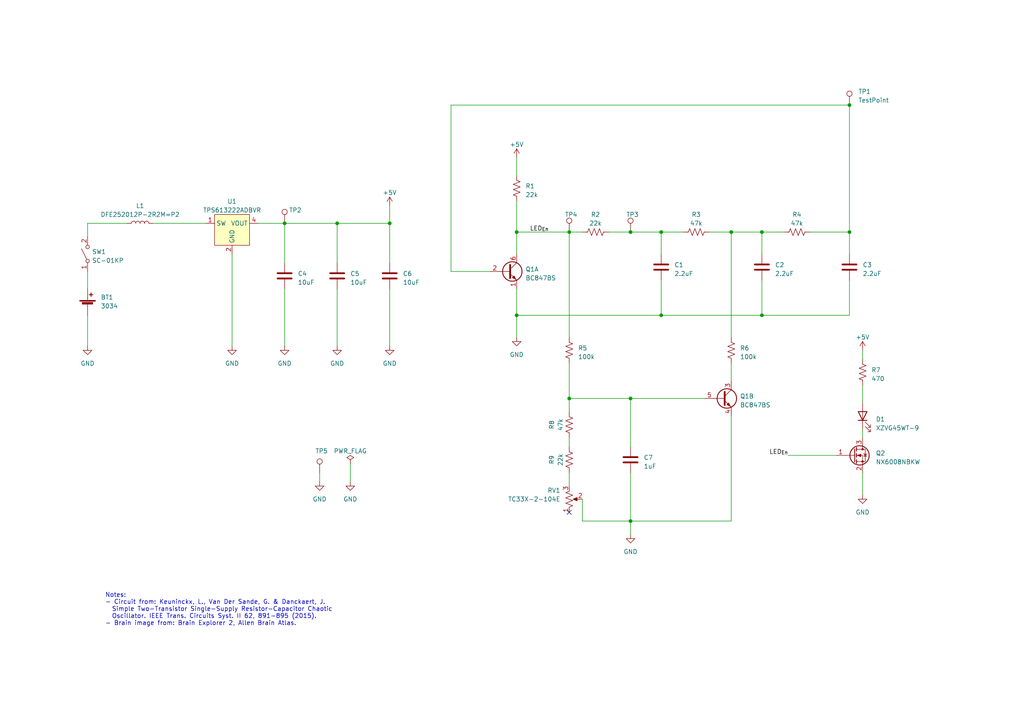
<source format=kicad_sch>
(kicad_sch (version 20231120) (generator "eeschema") (generator_version "8.0")
  (paper "A4")
  (title_block (title "Blinkenbrain") (rev "C") (company "Open Ephys, Inc") (comment 1 "Jonathan P. Newman"))
  (lib_symbols
    (symbol "Connector:TestPoint" (pin_numbers hide) (pin_names (offset 0.762) hide)
      (property "Reference" "TP" (at 0 6.858 0))
      (property "Value" "TestPoint" (at 0 5.08 0))
      (symbol "TestPoint_0_1"
        (circle (center 0 3.302) (radius 0.762))
      )
      (symbol "TestPoint_1_1"
        (pin passive line (at 0 0 90) (length 2.54) (name "1") (number "1"))
      )
    )
    (symbol "Device:Battery_Cell" (pin_numbers hide) (pin_names (offset 0) hide)
      (property "Reference" "BT" (at 2.54 2.54 0))
      (property "Value" "Battery_Cell" (at 2.54 0 0))
      (symbol "Battery_Cell_0_1"
        (rectangle (start -2.286 1.778) (end 2.286 1.524) (fill (type outline)))
        (rectangle (start -1.5748 1.1938) (end 1.4732 0.6858) (fill (type outline)))
        (polyline (pts (xy 0 0.762) (xy 0 0)))
        (polyline (pts (xy 0 1.778) (xy 0 2.54)))
        (polyline (pts (xy 0.508 3.429) (xy 1.524 3.429)) (stroke (width 0.254)))
        (polyline (pts (xy 1.016 3.937) (xy 1.016 2.921)) (stroke (width 0.254)))
      )
      (symbol "Battery_Cell_1_1"
        (pin passive line (at 0 5.08 270) (length 2.54) (name "+") (number "1"))
        (pin passive line (at 0 -2.54 90) (length 2.54) (name "-") (number "2"))
      )
    )
    (symbol "Device:C" (pin_numbers hide) (pin_names (offset 0.254))
      (property "Reference" "C" (at 0.635 2.54 0))
      (property "Value" "C" (at 0.635 -2.54 0))
      (symbol "C_0_1"
        (polyline (pts (xy -2.032 -0.762) (xy 2.032 -0.762)) (stroke (width 0.508)))
        (polyline (pts (xy -2.032 0.762) (xy 2.032 0.762)) (stroke (width 0.508)))
      )
      (symbol "C_1_1"
        (pin passive line (at 0 3.81 270) (length 2.794) (name "~") (number "1"))
        (pin passive line (at 0 -3.81 90) (length 2.794) (name "~") (number "2"))
      )
    )
    (symbol "Device:L" (pin_numbers hide) (pin_names (offset 1.016) hide)
      (property "Reference" "L" (at -1.27 0 90))
      (property "Value" "L" (at 1.905 0 90))
      (symbol "L_0_1"
        (arc (start 0 -2.54) (mid 0.6323 -1.905) (end 0 -1.27))
        (arc (start 0 -1.27) (mid 0.6323 -0.635) (end 0 0))
        (arc (start 0 0) (mid 0.6323 0.635) (end 0 1.27))
        (arc (start 0 1.27) (mid 0.6323 1.905) (end 0 2.54))
      )
      (symbol "L_1_1"
        (pin passive line (at 0 3.81 270) (length 1.27) (name "1") (number "1"))
        (pin passive line (at 0 -3.81 90) (length 1.27) (name "2") (number "2"))
      )
    )
    (symbol "Device:LED" (pin_numbers hide) (pin_names (offset 1.016) hide)
      (property "Reference" "D" (at 0 2.54 0))
      (property "Value" "LED" (at 0 -2.54 0))
      (symbol "LED_0_1"
        (polyline (pts (xy -1.27 -1.27) (xy -1.27 1.27)) (stroke (width 0.254)))
        (polyline (pts (xy -1.27 0) (xy 1.27 0)))
        (polyline (pts (xy 1.27 -1.27) (xy 1.27 1.27) (xy -1.27 0) (xy 1.27 -1.27)) (stroke (width 0.254)))
        (polyline (pts (xy -3.048 -0.762) (xy -4.572 -2.286) (xy -3.81 -2.286) (xy -4.572 -2.286) (xy -4.572 -1.524)))
        (polyline (pts (xy -1.778 -0.762) (xy -3.302 -2.286) (xy -2.54 -2.286) (xy -3.302 -2.286) (xy -3.302 -1.524)))
      )
      (symbol "LED_1_1"
        (pin passive line (at -3.81 0 0) (length 2.54) (name "K") (number "1"))
        (pin passive line (at 3.81 0 180) (length 2.54) (name "A") (number "2"))
      )
    )
    (symbol "Device:R_Potentiometer_US" (pin_names (offset 1.016) hide)
      (property "Reference" "RV" (at -4.445 0 90))
      (property "Value" "R_Potentiometer_US" (at -2.54 0 90))
      (symbol "R_Potentiometer_US_0_1"
        (polyline (pts (xy 0 -2.286) (xy 0 -2.54)))
        (polyline (pts (xy 0 2.54) (xy 0 2.286)))
        (polyline (pts (xy 2.54 0) (xy 1.524 0)))
        (polyline (pts (xy 1.143 0) (xy 2.286 0.508) (xy 2.286 -0.508) (xy 1.143 0)) (fill (type outline)))
        (polyline (pts (xy 0 -0.762) (xy 1.016 -1.143) (xy 0 -1.524) (xy -1.016 -1.905) (xy 0 -2.286)))
        (polyline (pts (xy 0 0.762) (xy 1.016 0.381) (xy 0 0) (xy -1.016 -0.381) (xy 0 -0.762)))
        (polyline (pts (xy 0 2.286) (xy 1.016 1.905) (xy 0 1.524) (xy -1.016 1.143) (xy 0 0.762)))
      )
      (symbol "R_Potentiometer_US_1_1"
        (pin passive line (at 0 3.81 270) (length 1.27) (name "1") (number "1"))
        (pin passive line (at 3.81 0 180) (length 1.27) (name "2") (number "2"))
        (pin passive line (at 0 -3.81 90) (length 1.27) (name "3") (number "3"))
      )
    )
    (symbol "Device:R_US" (pin_numbers hide) (pin_names (offset 0))
      (property "Reference" "R" (at 2.54 0 90))
      (property "Value" "R_US" (at -2.54 0 90))
      (symbol "R_US_0_1"
        (polyline (pts (xy 0 -2.286) (xy 0 -2.54)))
        (polyline (pts (xy 0 2.286) (xy 0 2.54)))
        (polyline (pts (xy 0 -0.762) (xy 1.016 -1.143) (xy 0 -1.524) (xy -1.016 -1.905) (xy 0 -2.286)))
        (polyline (pts (xy 0 0.762) (xy 1.016 0.381) (xy 0 0) (xy -1.016 -0.381) (xy 0 -0.762)))
        (polyline (pts (xy 0 2.286) (xy 1.016 1.905) (xy 0 1.524) (xy -1.016 1.143) (xy 0 0.762)))
      )
      (symbol "R_US_1_1"
        (pin passive line (at 0 3.81 270) (length 1.27) (name "~") (number "1"))
        (pin passive line (at 0 -3.81 90) (length 1.27) (name "~") (number "2"))
      )
    )
    (symbol "Switch:SW_SPST" (pin_names (offset 0) hide)
      (property "Reference" "SW" (at 0 3.175 0))
      (property "Value" "SW_SPST" (at 0 -2.54 0))
      (symbol "SW_SPST_0_0"
        (circle (center -2.032 0) (radius 0.508))
        (polyline (pts (xy -1.524 0.254) (xy 1.524 1.778)))
        (circle (center 2.032 0) (radius 0.508))
      )
      (symbol "SW_SPST_1_1"
        (pin passive line (at -5.08 0 0) (length 2.54) (name "A") (number "1"))
        (pin passive line (at 5.08 0 180) (length 2.54) (name "B") (number "2"))
      )
    )
    (symbol "Transistor_BJT:BC847BS" (pin_names (offset 0) hide)
      (property "Reference" "Q" (at 5.08 1.27 0))
      (property "Value" "BC847BS" (at 5.08 -1.27 0))
      (symbol "BC847BS_0_1"
        (polyline (pts (xy 0.635 0) (xy -2.54 0)))
        (polyline (pts (xy 0.635 0.635) (xy 2.54 2.54)))
        (polyline (pts (xy 0.635 -0.635) (xy 2.54 -2.54) (xy 2.54 -2.54)))
        (polyline (pts (xy 0.635 1.905) (xy 0.635 -1.905) (xy 0.635 -1.905)) (stroke (width 0.508)))
        (polyline (pts (xy 1.27 -1.778) (xy 1.778 -1.27) (xy 2.286 -2.286) (xy 1.27 -1.778) (xy 1.27 -1.778)) (fill (type outline)))
        (circle (center 1.27 0) (radius 2.8194) (stroke (width 0.254)))
      )
      (symbol "BC847BS_1_1"
        (pin passive line (at 2.54 -5.08 90) (length 2.54) (name "E1") (number "1"))
        (pin input line (at -5.08 0 0) (length 2.54) (name "B1") (number "2"))
        (pin passive line (at 2.54 5.08 270) (length 2.54) (name "C1") (number "6"))
      )
      (symbol "BC847BS_2_1"
        (pin passive line (at 2.54 5.08 270) (length 2.54) (name "C2") (number "3"))
        (pin passive line (at 2.54 -5.08 90) (length 2.54) (name "E2") (number "4"))
        (pin input line (at -5.08 0 0) (length 2.54) (name "B2") (number "5"))
      )
    )
    (symbol "Transistor_FET:BS170F" (pin_names hide)
      (property "Reference" "Q" (at 5.08 1.905 0))
      (property "Value" "BS170F" (at 5.08 0 0))
      (symbol "BS170F_0_1"
        (polyline (pts (xy 0.254 0) (xy -2.54 0)))
        (polyline (pts (xy 0.254 1.905) (xy 0.254 -1.905)) (stroke (width 0.254)))
        (polyline (pts (xy 0.762 -1.27) (xy 0.762 -2.286)) (stroke (width 0.254)))
        (polyline (pts (xy 0.762 0.508) (xy 0.762 -0.508)) (stroke (width 0.254)))
        (polyline (pts (xy 0.762 2.286) (xy 0.762 1.27)) (stroke (width 0.254)))
        (polyline (pts (xy 2.54 2.54) (xy 2.54 1.778)))
        (polyline (pts (xy 2.54 -2.54) (xy 2.54 0) (xy 0.762 0)))
        (polyline (pts (xy 0.762 -1.778) (xy 3.302 -1.778) (xy 3.302 1.778) (xy 0.762 1.778)))
        (polyline (pts (xy 1.016 0) (xy 2.032 0.381) (xy 2.032 -0.381) (xy 1.016 0)) (fill (type outline)))
        (polyline (pts (xy 2.794 0.508) (xy 2.921 0.381) (xy 3.683 0.381) (xy 3.81 0.254)))
        (polyline (pts (xy 3.302 0.381) (xy 2.921 -0.254) (xy 3.683 -0.254) (xy 3.302 0.381)))
        (circle (center 1.651 0) (radius 2.794) (stroke (width 0.254)))
        (circle (center 2.54 -1.778) (radius 0.254) (fill (type outline)))
        (circle (center 2.54 1.778) (radius 0.254) (fill (type outline)))
      )
      (symbol "BS170F_1_1"
        (pin input line (at -5.08 0 0) (length 2.54) (name "G") (number "1"))
        (pin passive line (at 2.54 -5.08 90) (length 2.54) (name "S") (number "2"))
        (pin passive line (at 2.54 5.08 270) (length 2.54) (name "D") (number "3"))
      )
    )
    (symbol "open-ephys:TPS61322"
      (property "Reference" "U" (at 0 6.35 0))
      (property "Value" "TPS61322xxDBV" (at 0 3.81 0))
      (symbol "TPS61322_0_1"
        (rectangle (start -5.08 2.54) (end 5.08 -6.35) (fill (type background)))
      )
      (symbol "TPS61322_1_1"
        (pin passive line (at -7.62 0 0) (length 2.54) (name "SW") (number "1"))
        (pin power_in line (at 0 -8.89 90) (length 2.54) (name "GND") (number "2"))
        (pin power_out line (at 7.62 0 180) (length 2.54) (name "VOUT") (number "4"))
      )
    )
    (symbol "power:+5V" (power) (pin_names (offset 0))
      (property "Value" "+5V" (at 0 3.556 0))
      (symbol "+5V_0_1"
        (polyline (pts (xy -0.762 1.27) (xy 0 2.54)))
        (polyline (pts (xy 0 0) (xy 0 2.54)))
        (polyline (pts (xy 0 2.54) (xy 0.762 1.27)))
      )
      (symbol "+5V_1_1"
        (pin power_in line (at 0 0 90) (length 0) hide (name "+5V") (number "1"))
      )
    )
    (symbol "power:GND" (power) (pin_names (offset 0))
      (property "Value" "GND" (at 0 -3.81 0))
      (symbol "GND_0_1"
        (polyline (pts (xy 0 0) (xy 0 -1.27) (xy 1.27 -1.27) (xy 0 -2.54) (xy -1.27 -1.27) (xy 0 -1.27)))
      )
      (symbol "GND_1_1"
        (pin power_in line (at 0 0 270) (length 0) hide (name "GND") (number "1"))
      )
    )
    (symbol "power:PWR_FLAG" (power) (pin_numbers hide) (pin_names (offset 0) hide)
      (property "Value" "PWR_FLAG" (at 0 3.81 0))
      (symbol "PWR_FLAG_0_0"
        (pin power_out line (at 0 0 90) (length 0) (name "pwr") (number "1"))
      )
      (symbol "PWR_FLAG_0_1"
        (polyline (pts (xy 0 0) (xy 0 1.27) (xy -1.016 1.905) (xy 0 2.54) (xy 1.016 1.905) (xy 0 1.27)))
      )
    )
  )
  (junction (at 97.79 64.77))
  (junction (at 182.88 67.31))
  (junction (at 113.03 64.77))
  (junction (at 165.1 67.31))
  (junction (at 220.98 91.44))
  (junction (at 246.38 30.48))
  (junction (at 191.77 91.44))
  (junction (at 149.86 67.31))
  (junction (at 182.88 151.13))
  (junction (at 82.55 64.77))
  (junction (at 191.77 67.31))
  (junction (at 182.88 115.57))
  (junction (at 220.98 67.31))
  (junction (at 149.86 91.44))
  (junction (at 165.1 115.57))
  (junction (at 246.38 67.31))
  (junction (at 212.09 67.31))
  (no_connect (at 165.1 148.59))
  (wire (pts (xy 228.6 132.08) (xy 242.57 132.08)))
  (wire (pts (xy 113.03 64.77) (xy 113.03 76.2)))
  (wire (pts (xy 204.47 115.57) (xy 182.88 115.57)))
  (wire (pts (xy 205.74 67.31) (xy 212.09 67.31)))
  (wire (pts (xy 130.81 30.48) (xy 130.81 78.74)))
  (wire (pts (xy 149.86 67.31) (xy 165.1 67.31)))
  (wire (pts (xy 212.09 67.31) (xy 220.98 67.31)))
  (wire (pts (xy 92.71 137.16) (xy 92.71 139.7)))
  (wire (pts (xy 97.79 83.82) (xy 97.79 100.33)))
  (wire (pts (xy 74.93 64.77) (xy 82.55 64.77)))
  (wire (pts (xy 212.09 105.41) (xy 212.09 110.49)))
  (wire (pts (xy 220.98 67.31) (xy 220.98 73.66)))
  (wire (pts (xy 25.4 78.74) (xy 25.4 83.82)))
  (wire (pts (xy 234.95 67.31) (xy 246.38 67.31)))
  (wire (pts (xy 220.98 91.44) (xy 191.77 91.44)))
  (wire (pts (xy 246.38 81.28) (xy 246.38 91.44)))
  (wire (pts (xy 113.03 59.69) (xy 113.03 64.77)))
  (wire (pts (xy 149.86 83.82) (xy 149.86 91.44)))
  (wire (pts (xy 212.09 151.13) (xy 182.88 151.13)))
  (wire (pts (xy 82.55 64.77) (xy 82.55 76.2)))
  (wire (pts (xy 250.19 101.6) (xy 250.19 104.14)))
  (wire (pts (xy 246.38 91.44) (xy 220.98 91.44)))
  (wire (pts (xy 149.86 45.72) (xy 149.86 50.8)))
  (wire (pts (xy 191.77 91.44) (xy 149.86 91.44)))
  (wire (pts (xy 82.55 64.77) (xy 97.79 64.77)))
  (wire (pts (xy 246.38 67.31) (xy 246.38 73.66)))
  (wire (pts (xy 250.19 111.76) (xy 250.19 116.84)))
  (wire (pts (xy 220.98 81.28) (xy 220.98 91.44)))
  (wire (pts (xy 130.81 78.74) (xy 142.24 78.74)))
  (wire (pts (xy 165.1 115.57) (xy 165.1 119.38)))
  (wire (pts (xy 165.1 67.31) (xy 165.1 97.79)))
  (wire (pts (xy 149.86 67.31) (xy 149.86 73.66)))
  (wire (pts (xy 212.09 67.31) (xy 212.09 97.79)))
  (wire (pts (xy 25.4 64.77) (xy 36.83 64.77)))
  (wire (pts (xy 165.1 67.31) (xy 168.91 67.31)))
  (wire (pts (xy 246.38 30.48) (xy 130.81 30.48)))
  (wire (pts (xy 165.1 137.16) (xy 165.1 140.97)))
  (wire (pts (xy 182.88 115.57) (xy 165.1 115.57)))
  (wire (pts (xy 67.31 73.66) (xy 67.31 100.33)))
  (wire (pts (xy 97.79 64.77) (xy 97.79 76.2)))
  (wire (pts (xy 168.91 144.78) (xy 168.91 151.13)))
  (wire (pts (xy 149.86 58.42) (xy 149.86 67.31)))
  (wire (pts (xy 182.88 137.16) (xy 182.88 151.13)))
  (wire (pts (xy 149.86 91.44) (xy 149.86 97.79)))
  (wire (pts (xy 220.98 67.31) (xy 227.33 67.31)))
  (wire (pts (xy 176.53 67.31) (xy 182.88 67.31)))
  (wire (pts (xy 165.1 127) (xy 165.1 129.54)))
  (wire (pts (xy 191.77 81.28) (xy 191.77 91.44)))
  (wire (pts (xy 97.79 64.77) (xy 113.03 64.77)))
  (wire (pts (xy 191.77 67.31) (xy 198.12 67.31)))
  (wire (pts (xy 182.88 115.57) (xy 182.88 129.54)))
  (wire (pts (xy 182.88 67.31) (xy 191.77 67.31)))
  (wire (pts (xy 101.6 134.62) (xy 101.6 139.7)))
  (wire (pts (xy 182.88 151.13) (xy 168.91 151.13)))
  (wire (pts (xy 246.38 67.31) (xy 246.38 30.48)))
  (wire (pts (xy 82.55 83.82) (xy 82.55 100.33)))
  (wire (pts (xy 113.03 83.82) (xy 113.03 100.33)))
  (wire (pts (xy 191.77 67.31) (xy 191.77 73.66)))
  (wire (pts (xy 250.19 124.46) (xy 250.19 127)))
  (wire (pts (xy 182.88 151.13) (xy 182.88 154.94)))
  (wire (pts (xy 250.19 137.16) (xy 250.19 143.51)))
  (wire (pts (xy 25.4 91.44) (xy 25.4 100.33)))
  (wire (pts (xy 44.45 64.77) (xy 59.69 64.77)))
  (wire (pts (xy 212.09 120.65) (xy 212.09 151.13)))
  (wire (pts (xy 25.4 68.58) (xy 25.4 64.77)))
  (wire (pts (xy 165.1 105.41) (xy 165.1 115.57)))
  (text "Notes:\n- Circuit from: Keuninckx, L., Van Der Sande, G. & Danckaert, J. \n  Simple Two-Transistor Single-Supply Resistor-Capacitor Chaotic \n  Oscillator. IEEE Trans. Circuits Syst. II 62, 891-895 (2015).\n- Brain image from: Brain Explorer 2, Allen Brain Atlas." (at 30.48 181.61 0) (effects (font (size 1.27 1.27)) (justify left bottom)))
  (label "LED_{En}" (at 228.6 132.08 180))
  (label "LED_{En}" (at 153.67 67.31 0))
  (symbol (lib_id "power:GND") (at 182.88 154.94 0) (unit 1)
    (property "Reference" "#PWR012" (effects (hide yes)))
    (property "Value" "GND" (at 182.88 160.02 0))
  )
  (symbol (lib_id "Connector:TestPoint") (at 82.55 64.77 0) (unit 1)
    (property "Reference" "TP2" (at 83.82 60.96 0) (effects (justify left)))
    (property "Value" "TestPoint" (effects (hide yes)))
    (property "Footprint" "TestPoint:TestPoint_Pad_D2.0mm" (effects (hide yes)))
  )
  (symbol (lib_id "Transistor_BJT:BC847BS") (at 209.55 115.57 0) (unit 2)
    (property "Reference" "Q1" (at 214.63 114.935 0) (effects (justify left)))
    (property "Value" "BC847BS" (at 214.63 117.475 0) (effects (justify left)))
    (property "Footprint" "Package_TO_SOT_SMD:SOT-363_SC-70-6" (effects (hide yes)))
    (property "Datasheet" "https://assets.nexperia.com/documents/data-sheet/BC847BS.pdf" (effects (hide yes)))
  )
  (symbol (lib_id "Device:R_US") (at 250.19 107.95 180) (unit 1)
    (property "Reference" "R7" (at 252.73 107.315 0) (effects (justify right)))
    (property "Value" "470" (at 252.73 109.855 0) (effects (justify right)))
    (property "Footprint" "Resistor_SMD:R_0603_1608Metric" (effects (hide yes)))
    (property "Tolerance" "1%" (effects (hide yes)))
  )
  (symbol (lib_id "Device:R_US") (at 165.1 133.35 180) (unit 1)
    (property "Reference" "R9" (at 160.02 133.35 90))
    (property "Value" "22k" (at 162.56 133.35 90))
    (property "Footprint" "Resistor_SMD:R_0402_1005Metric" (effects (hide yes)))
    (property "Tolerance" "1%" (effects (hide yes)))
  )
  (symbol (lib_id "power:+5V") (at 250.19 101.6 0) (unit 1)
    (property "Reference" "#PWR09" (effects (hide yes)))
    (property "Value" "+5V" (at 250.19 97.79 0))
  )
  (symbol (lib_id "power:GND") (at 149.86 97.79 0) (unit 1)
    (property "Reference" "#PWR03" (effects (hide yes)))
    (property "Value" "GND" (at 149.86 102.87 0))
  )
  (symbol (lib_id "power:GND") (at 101.6 139.7 0) (unit 1)
    (property "Reference" "#PWR013" (effects (hide yes)))
    (property "Value" "GND" (at 101.6 144.78 0))
  )
  (symbol (lib_id "Device:C") (at 220.98 77.47 0) (unit 1)
    (property "Reference" "C2" (at 224.79 76.835 0) (effects (justify left)))
    (property "Value" "2.2uF" (at 224.79 79.375 0) (effects (justify left)))
    (property "Footprint" "Capacitor_SMD:C_0603_1608Metric" (effects (hide yes)))
    (property "TempCo" "X5R" (effects (hide yes)))
    (property "Tolerance" "5%" (effects (hide yes)))
    (property "Voltage" "10V" (effects (hide yes)))
  )
  (symbol (lib_id "open-ephys:TPS61322") (at 67.31 64.77 0) (unit 1)
    (property "Reference" "U1" (at 67.31 58.42 0))
    (property "Value" "TPS613222ADBVR" (at 67.31 60.96 0))
    (property "Footprint" "Package_TO_SOT_SMD:SOT-23-5" (effects (hide yes)))
    (property "Datasheet" "https://www.ti.com/lit/ds/symlink/tps61322.pdf?HQS=dis-dk-null-digikeymode-dsf-pf-null-wwe&ts=1695101333035" (effects (hide yes)))
  )
  (symbol (lib_id "power:GND") (at 25.4 100.33 0) (unit 1)
    (property "Reference" "#PWR04" (effects (hide yes)))
    (property "Value" "GND" (at 25.4 105.41 0))
  )
  (symbol (lib_id "power:GND") (at 67.31 100.33 0) (unit 1)
    (property "Reference" "#PWR05" (effects (hide yes)))
    (property "Value" "GND" (at 67.31 105.41 0))
  )
  (symbol (lib_id "Connector:TestPoint") (at 165.1 67.31 0) (unit 1)
    (property "Reference" "TP4" (at 163.83 62.23 0) (effects (justify left)))
    (property "Value" "TestPoint" (effects (hide yes)))
    (property "Footprint" "TestPoint:TestPoint_Pad_D2.0mm" (effects (hide yes)))
  )
  (symbol (lib_id "power:GND") (at 97.79 100.33 0) (unit 1)
    (property "Reference" "#PWR07" (effects (hide yes)))
    (property "Value" "GND" (at 97.79 105.41 0))
  )
  (symbol (lib_id "Transistor_BJT:BC847BS") (at 147.32 78.74 0) (unit 1)
    (property "Reference" "Q1" (at 152.4 78.105 0) (effects (justify left)))
    (property "Value" "BC847BS" (at 152.4 80.645 0) (effects (justify left)))
    (property "Footprint" "Package_TO_SOT_SMD:SOT-363_SC-70-6" (effects (hide yes)))
    (property "Datasheet" "https://assets.nexperia.com/documents/data-sheet/BC847BS.pdf" (effects (hide yes)))
  )
  (symbol (lib_id "Connector:TestPoint") (at 92.71 137.16 0) (unit 1)
    (property "Reference" "TP5" (at 91.44 130.81 0) (effects (justify left)))
    (property "Value" "TestPoint" (effects (hide yes)))
    (property "Footprint" "TestPoint:TestPoint_Pad_D2.0mm" (effects (hide yes)))
  )
  (symbol (lib_id "Device:R_US") (at 149.86 54.61 0) (unit 1)
    (property "Reference" "R1" (at 152.4 53.975 0) (effects (justify left)))
    (property "Value" "22k" (at 152.4 56.515 0) (effects (justify left)))
    (property "Footprint" "Resistor_SMD:R_0402_1005Metric" (effects (hide yes)))
    (property "Tolerance" "1%" (effects (hide yes)))
  )
  (symbol (lib_id "Device:C") (at 182.88 133.35 0) (unit 1)
    (property "Reference" "C7" (at 186.69 132.715 0) (effects (justify left)))
    (property "Value" "1uF" (at 186.69 135.255 0) (effects (justify left)))
    (property "Footprint" "Capacitor_SMD:C_0603_1608Metric" (effects (hide yes)))
    (property "TempCo" "X5R" (effects (hide yes)))
    (property "Tolerance" "5%" (effects (hide yes)))
    (property "Voltage" "10V" (effects (hide yes)))
  )
  (symbol (lib_id "Connector:TestPoint") (at 246.38 30.48 0) (unit 1)
    (property "Reference" "TP1" (at 248.92 26.543 0) (effects (justify left)))
    (property "Value" "TestPoint" (at 248.92 29.083 0) (effects (justify left)))
    (property "Footprint" "TestPoint:TestPoint_Pad_D2.0mm" (effects (hide yes)))
  )
  (symbol (lib_id "Device:R_US") (at 172.72 67.31 90) (unit 1)
    (property "Reference" "R2" (at 172.72 62.23 90))
    (property "Value" "22k" (at 172.72 64.77 90))
    (property "Footprint" "Resistor_SMD:R_0402_1005Metric" (effects (hide yes)))
    (property "Tolerance" "1%" (effects (hide yes)))
  )
  (symbol (lib_id "Device:C") (at 113.03 80.01 0) (unit 1)
    (property "Reference" "C6" (at 116.84 79.375 0) (effects (justify left)))
    (property "Value" "10uF" (at 116.84 81.915 0) (effects (justify left)))
    (property "Footprint" "Capacitor_SMD:C_0603_1608Metric" (effects (hide yes)))
    (property "TempCo" "X5R" (effects (hide yes)))
    (property "Tolerance" "20%" (effects (hide yes)))
    (property "Voltage" "16V" (effects (hide yes)))
  )
  (symbol (lib_id "Device:R_US") (at 212.09 101.6 180) (unit 1)
    (property "Reference" "R6" (at 214.63 100.965 0) (effects (justify right)))
    (property "Value" "100k" (at 214.63 103.505 0) (effects (justify right)))
    (property "Footprint" "Resistor_SMD:R_0402_1005Metric" (effects (hide yes)))
    (property "Tolerance" "1%" (effects (hide yes)))
  )
  (symbol (lib_id "Device:R_US") (at 165.1 101.6 180) (unit 1)
    (property "Reference" "R5" (at 167.64 100.965 0) (effects (justify right)))
    (property "Value" "100k" (at 167.64 103.505 0) (effects (justify right)))
    (property "Footprint" "Resistor_SMD:R_0402_1005Metric" (effects (hide yes)))
    (property "Tolerance" "1%" (effects (hide yes)))
  )
  (symbol (lib_id "Device:C") (at 82.55 80.01 0) (unit 1)
    (property "Reference" "C4" (at 86.36 79.375 0) (effects (justify left)))
    (property "Value" "10uF" (at 86.36 81.915 0) (effects (justify left)))
    (property "Footprint" "Capacitor_SMD:C_0603_1608Metric" (effects (hide yes)))
    (property "TempCo" "X5R" (effects (hide yes)))
    (property "Tolerance" "20%" (effects (hide yes)))
    (property "Voltage" "16V" (effects (hide yes)))
  )
  (symbol (lib_id "Device:R_US") (at 201.93 67.31 90) (unit 1)
    (property "Reference" "R3" (at 201.93 62.23 90))
    (property "Value" "47k" (at 201.93 64.77 90))
    (property "Footprint" "Resistor_SMD:R_0402_1005Metric" (effects (hide yes)))
    (property "Tolerance" "1%" (effects (hide yes)))
  )
  (symbol (lib_id "power:+5V") (at 113.03 59.69 0) (unit 1)
    (property "Reference" "#PWR02" (effects (hide yes)))
    (property "Value" "+5V" (at 113.03 55.88 0))
  )
  (symbol (lib_id "power:+5V") (at 149.86 45.72 0) (unit 1)
    (property "Reference" "#PWR01" (effects (hide yes)))
    (property "Value" "+5V" (at 149.86 41.91 0))
  )
  (symbol (lib_id "Device:C") (at 97.79 80.01 0) (unit 1)
    (property "Reference" "C5" (at 101.6 79.375 0) (effects (justify left)))
    (property "Value" "10uF" (at 101.6 81.915 0) (effects (justify left)))
    (property "Footprint" "Capacitor_SMD:C_0603_1608Metric" (effects (hide yes)))
    (property "TempCo" "X5R" (effects (hide yes)))
    (property "Tolerance" "20%" (effects (hide yes)))
    (property "Voltage" "16V" (effects (hide yes)))
  )
  (symbol (lib_id "power:GND") (at 113.03 100.33 0) (unit 1)
    (property "Reference" "#PWR08" (effects (hide yes)))
    (property "Value" "GND" (at 113.03 105.41 0))
  )
  (symbol (lib_id "Connector:TestPoint") (at 182.88 67.31 0) (unit 1)
    (property "Reference" "TP3" (at 181.61 62.23 0) (effects (justify left)))
    (property "Value" "TestPoint" (effects (hide yes)))
    (property "Footprint" "TestPoint:TestPoint_Pad_D2.0mm" (effects (hide yes)))
  )
  (symbol (lib_id "Device:Battery_Cell") (at 25.4 88.9 0) (unit 1)
    (property "Reference" "BT1" (at 29.21 86.233 0) (effects (justify left)))
    (property "Value" "3034" (at 29.21 88.773 0) (effects (justify left)))
    (property "Footprint" "open-ephys:KEYSTONE_3034_1x20mm" (effects (hide yes)))
    (property "Datasheet" "https://www.keyelco.com/userAssets/file/M65p9.pdf" (effects (hide yes)))
  )
  (symbol (lib_id "Device:R_Potentiometer_US") (at 165.1 144.78 0) (mirror x) (unit 1)
    (property "Reference" "RV1" (at 162.56 142.24 0) (effects (justify right)))
    (property "Value" "TC33X-2-104E" (at 162.56 144.78 0) (effects (justify right)))
    (property "Footprint" "open-ephys:BOURNS_TC33" (effects (hide yes)))
  )
  (symbol (lib_id "power:GND") (at 92.71 139.7 0) (unit 1)
    (property "Reference" "#PWR010" (effects (hide yes)))
    (property "Value" "GND" (at 92.71 144.78 0))
  )
  (symbol (lib_id "power:GND") (at 250.19 143.51 0) (unit 1)
    (property "Reference" "#PWR011" (effects (hide yes)))
    (property "Value" "GND" (at 250.19 148.59 0))
  )
  (symbol (lib_id "Device:C") (at 246.38 77.47 0) (unit 1)
    (property "Reference" "C3" (at 250.19 76.835 0) (effects (justify left)))
    (property "Value" "2.2uF" (at 250.19 79.375 0) (effects (justify left)))
    (property "Footprint" "Capacitor_SMD:C_0603_1608Metric" (effects (hide yes)))
    (property "TempCo" "X5R" (effects (hide yes)))
    (property "Tolerance" "5%" (effects (hide yes)))
    (property "Voltage" "10V" (effects (hide yes)))
  )
  (symbol (lib_id "Device:C") (at 191.77 77.47 0) (unit 1)
    (property "Reference" "C1" (at 195.58 76.835 0) (effects (justify left)))
    (property "Value" "2.2uF" (at 195.58 79.375 0) (effects (justify left)))
    (property "Footprint" "Capacitor_SMD:C_0603_1608Metric" (effects (hide yes)))
    (property "TempCo" "X5R" (effects (hide yes)))
    (property "Tolerance" "5%" (effects (hide yes)))
    (property "Voltage" "10V" (effects (hide yes)))
  )
  (symbol (lib_id "Device:R_US") (at 165.1 123.19 180) (unit 1)
    (property "Reference" "R8" (at 160.02 123.19 90))
    (property "Value" "47k" (at 162.56 123.19 90))
    (property "Footprint" "Resistor_SMD:R_0402_1005Metric" (effects (hide yes)))
    (property "Tolerance" "1%" (effects (hide yes)))
  )
  (symbol (lib_id "Device:L") (at 40.64 64.77 90) (unit 1)
    (property "Reference" "L1" (at 40.64 59.69 90))
    (property "Value" "DFE252012P-2R2M=P2" (at 40.64 62.23 90))
    (property "Footprint" "Inductor_SMD:L_1008_2520Metric" (effects (hide yes)))
  )
  (symbol (lib_id "Switch:SW_SPST") (at 25.4 73.66 90) (unit 1)
    (property "Reference" "SW1" (at 26.67 73.025 90) (effects (justify right)))
    (property "Value" "SC-01KP" (at 26.67 75.565 90) (effects (justify right)))
    (property "Footprint" "open-ephys:DEALON_DIP_SPSTx01_SC-01KP_W7.62mm_P1.27mm" (effects (hide yes)))
  )
  (symbol (lib_id "Device:LED") (at 250.19 120.65 90) (unit 1)
    (property "Reference" "D1" (at 254 121.6025 90) (effects (justify right)))
    (property "Value" "XZVG45WT-9" (at 254 124.1425 90) (effects (justify right)))
    (property "Footprint" "open-ephys:SUNLED_PLCC2-INV" (effects (hide yes)))
    (property "Datasheet" "https://www.sunledusa.com/products/spec/XZVG45WT-9.pdf" (effects (hide yes)))
  )
  (symbol (lib_id "power:GND") (at 82.55 100.33 0) (unit 1)
    (property "Reference" "#PWR06" (effects (hide yes)))
    (property "Value" "GND" (at 82.55 105.41 0))
  )
  (symbol (lib_id "Device:R_US") (at 231.14 67.31 90) (unit 1)
    (property "Reference" "R4" (at 231.14 62.23 90))
    (property "Value" "47k" (at 231.14 64.77 90))
    (property "Footprint" "Resistor_SMD:R_0402_1005Metric" (effects (hide yes)))
    (property "Tolerance" "1%" (effects (hide yes)))
  )
  (symbol (lib_id "Transistor_FET:BS170F") (at 247.65 132.08 0) (unit 1)
    (property "Reference" "Q2" (at 254 131.445 0) (effects (justify left)))
    (property "Value" "NX6008NBKW" (at 254 133.985 0) (effects (justify left)))
    (property "Footprint" "Package_TO_SOT_SMD:SOT-323_SC-70" (effects (hide yes)))
    (property "Datasheet" "https://assets.nexperia.com/documents/data-sheet/NX6008NBKW.pdf" (effects (hide yes)))
  )
  (symbol (lib_id "power:PWR_FLAG") (at 101.6 134.62 0) (unit 1)
    (property "Reference" "#FLG01" (effects (hide yes)))
    (property "Value" "PWR_FLAG" (at 101.6 130.81 0))
  )
)
</source>
